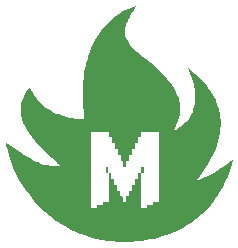
<source format=gbr>
%TF.GenerationSoftware,KiCad,Pcbnew,8.0.1*%
%TF.CreationDate,2024-07-15T00:54:35+06:00*%
%TF.ProjectId,saucey,73617563-6579-42e6-9b69-6361645f7063,1.0*%
%TF.SameCoordinates,Original*%
%TF.FileFunction,Legend,Bot*%
%TF.FilePolarity,Positive*%
%FSLAX46Y46*%
G04 Gerber Fmt 4.6, Leading zero omitted, Abs format (unit mm)*
G04 Created by KiCad (PCBNEW 8.0.1) date 2024-07-15 00:54:35*
%MOMM*%
%LPD*%
G01*
G04 APERTURE LIST*
%ADD10C,0.000000*%
G04 APERTURE END LIST*
D10*
%TO.C,G\u002A\u002A\u002A*%
G36*
X140840784Y-76128675D02*
G01*
X140840784Y-76370488D01*
X140724714Y-76370488D01*
X140608644Y-76370488D01*
X140608644Y-76128675D01*
X140608644Y-75886863D01*
X140724714Y-75886863D01*
X140840784Y-75886863D01*
X140840784Y-76128675D01*
G37*
G36*
X143858606Y-76128675D02*
G01*
X143858606Y-76370488D01*
X143732863Y-76370488D01*
X143607121Y-76370488D01*
X143607121Y-76128675D01*
X143607121Y-75886863D01*
X143732863Y-75886863D01*
X143858606Y-75886863D01*
X143858606Y-76128675D01*
G37*
G36*
X150309326Y-72901904D02*
G01*
X150284314Y-73069354D01*
X150221749Y-73388626D01*
X150140296Y-73715142D01*
X150043741Y-74034401D01*
X149935872Y-74331903D01*
X149927963Y-74351558D01*
X149858526Y-74512814D01*
X149772611Y-74696796D01*
X149674547Y-74895126D01*
X149568662Y-75099427D01*
X149459284Y-75301324D01*
X149350742Y-75492438D01*
X149247363Y-75664395D01*
X149196953Y-75744571D01*
X149119639Y-75865069D01*
X149038911Y-75988457D01*
X148957803Y-76110301D01*
X148879354Y-76226168D01*
X148806600Y-76331626D01*
X148742579Y-76422242D01*
X148690326Y-76493584D01*
X148652879Y-76541219D01*
X148633275Y-76560714D01*
X148627438Y-76564932D01*
X148617479Y-76592955D01*
X148616410Y-76602930D01*
X148602415Y-76625197D01*
X148596708Y-76629242D01*
X148570378Y-76657131D01*
X148531147Y-76704674D01*
X148484309Y-76764746D01*
X148435157Y-76830221D01*
X148388984Y-76893973D01*
X148351085Y-76948878D01*
X148326752Y-76987809D01*
X148321278Y-77003641D01*
X148325657Y-77003619D01*
X148360199Y-76996030D01*
X148421881Y-76978892D01*
X148503641Y-76954233D01*
X148598413Y-76924080D01*
X148847328Y-76836873D01*
X149235100Y-76675984D01*
X149621418Y-76484534D01*
X150008581Y-76261164D01*
X150398889Y-76004512D01*
X150794641Y-75713218D01*
X151198138Y-75385921D01*
X151389843Y-75223517D01*
X151377477Y-75308541D01*
X151363483Y-75394318D01*
X151345363Y-75483793D01*
X151321724Y-75581522D01*
X151291019Y-75693125D01*
X151251700Y-75824221D01*
X151202222Y-75980428D01*
X151141037Y-76167365D01*
X151106607Y-76269038D01*
X150937393Y-76715859D01*
X150740502Y-77161445D01*
X150522043Y-77591733D01*
X150464315Y-77695581D01*
X150356842Y-77879580D01*
X150239307Y-78071133D01*
X150116322Y-78263238D01*
X149992498Y-78448894D01*
X149872447Y-78621102D01*
X149760780Y-78772860D01*
X149662109Y-78897167D01*
X149639430Y-78924578D01*
X149588219Y-78988224D01*
X149546039Y-79042727D01*
X149518997Y-79077541D01*
X149437504Y-79173593D01*
X149332589Y-79288462D01*
X149208539Y-79417874D01*
X149069642Y-79557557D01*
X148920185Y-79703240D01*
X148764456Y-79850650D01*
X148606742Y-79995514D01*
X148451331Y-80133561D01*
X148389898Y-80186243D01*
X148114856Y-80404569D01*
X147810292Y-80621263D01*
X147483424Y-80831841D01*
X147141469Y-81031822D01*
X146791643Y-81216723D01*
X146441165Y-81382061D01*
X146365253Y-81415051D01*
X146059515Y-81537809D01*
X145732272Y-81654808D01*
X145390359Y-81764281D01*
X145040613Y-81864463D01*
X144689871Y-81953588D01*
X144344969Y-82029889D01*
X144012744Y-82091599D01*
X143700032Y-82136954D01*
X143413671Y-82164186D01*
X143397150Y-82165280D01*
X143282158Y-82173693D01*
X143157047Y-82183887D01*
X143046116Y-82193899D01*
X143024952Y-82195855D01*
X142914131Y-82204037D01*
X142797794Y-82209969D01*
X142697905Y-82212478D01*
X142671854Y-82212833D01*
X142595862Y-82216537D01*
X142536365Y-82223308D01*
X142504455Y-82232026D01*
X142497631Y-82234674D01*
X142456719Y-82240751D01*
X142388532Y-82245418D01*
X142300396Y-82248677D01*
X142199639Y-82250526D01*
X142093586Y-82250965D01*
X141989565Y-82249996D01*
X141894902Y-82247617D01*
X141816924Y-82243830D01*
X141762957Y-82238633D01*
X141740327Y-82232026D01*
X141739631Y-82231137D01*
X141712864Y-82221729D01*
X141659144Y-82214939D01*
X141589262Y-82212182D01*
X141560903Y-82211778D01*
X141466939Y-82208055D01*
X141359506Y-82201324D01*
X141256702Y-82192647D01*
X141220783Y-82189172D01*
X141112577Y-82179233D01*
X141005474Y-82170036D01*
X140918164Y-82163206D01*
X140810278Y-82153068D01*
X140630878Y-82129051D01*
X140426555Y-82095049D01*
X140204161Y-82052534D01*
X139970552Y-82002981D01*
X139732582Y-81947863D01*
X139497104Y-81888655D01*
X139270973Y-81826830D01*
X139061043Y-81763862D01*
X138828500Y-81685317D01*
X138544544Y-81578362D01*
X138248190Y-81456503D01*
X137949309Y-81324130D01*
X137657772Y-81185633D01*
X137383451Y-81045401D01*
X137136215Y-80907826D01*
X136970445Y-80808891D01*
X136434759Y-80460638D01*
X135925891Y-80084533D01*
X135444048Y-79680783D01*
X135135691Y-79388310D01*
X139351218Y-79388310D01*
X139602704Y-79388310D01*
X139854189Y-79388310D01*
X139854189Y-79262567D01*
X139854189Y-79136824D01*
X140105674Y-79136824D01*
X140357159Y-79136824D01*
X140357159Y-79011082D01*
X140357159Y-78885339D01*
X140608644Y-78885339D01*
X140860129Y-78885339D01*
X140860129Y-77637586D01*
X140860129Y-76389833D01*
X140975621Y-76389833D01*
X141091113Y-76389833D01*
X141096528Y-76636482D01*
X141101942Y-76883131D01*
X141222277Y-76888875D01*
X141342612Y-76894620D01*
X141348020Y-77140360D01*
X141353427Y-77386101D01*
X141473762Y-77391845D01*
X141594097Y-77397590D01*
X141599505Y-77643331D01*
X141604912Y-77889071D01*
X141725819Y-77894831D01*
X141846725Y-77900590D01*
X141846725Y-78140556D01*
X141846725Y-78380523D01*
X141967631Y-78386282D01*
X142088538Y-78392042D01*
X142093952Y-78638690D01*
X142099366Y-78885339D01*
X142234203Y-78885339D01*
X142369040Y-78885339D01*
X142369040Y-78633854D01*
X142369040Y-78382369D01*
X142494783Y-78382369D01*
X142620525Y-78382369D01*
X142620525Y-78140556D01*
X142620525Y-77898744D01*
X142736034Y-77898744D01*
X142851542Y-77898744D01*
X142856940Y-77643667D01*
X142862338Y-77388591D01*
X142983244Y-77393550D01*
X143104151Y-77398510D01*
X143104151Y-77145657D01*
X143104151Y-76892803D01*
X143229893Y-76892803D01*
X143355636Y-76892803D01*
X143355636Y-76641318D01*
X143355636Y-76389833D01*
X143481378Y-76389833D01*
X143607121Y-76389833D01*
X143607121Y-77889071D01*
X143607121Y-79388310D01*
X143858606Y-79388310D01*
X144110091Y-79388310D01*
X144110091Y-79262567D01*
X144110091Y-79136824D01*
X144361576Y-79136824D01*
X144613062Y-79136824D01*
X144613062Y-79011082D01*
X144613062Y-78885339D01*
X144864547Y-78885339D01*
X145116032Y-78885339D01*
X145116032Y-75886863D01*
X145116032Y-72888386D01*
X144361576Y-72888386D01*
X143607121Y-72888386D01*
X143607121Y-73130198D01*
X143607121Y-73372011D01*
X143481378Y-73372011D01*
X143355636Y-73372011D01*
X143355636Y-73623496D01*
X143355636Y-73874981D01*
X143229893Y-73874981D01*
X143104151Y-73874981D01*
X143104151Y-74126467D01*
X143104151Y-74377952D01*
X142978408Y-74377952D01*
X142852665Y-74377952D01*
X142852665Y-74629437D01*
X142852665Y-74880922D01*
X142727501Y-74880922D01*
X142602336Y-74880922D01*
X142596922Y-75125598D01*
X142591508Y-75370274D01*
X142475438Y-75372247D01*
X142359368Y-75374220D01*
X142353953Y-75620869D01*
X142348539Y-75867518D01*
X142233625Y-75867518D01*
X142118711Y-75867518D01*
X142113297Y-75620869D01*
X142107883Y-75374220D01*
X141986976Y-75368460D01*
X141866070Y-75362701D01*
X141866070Y-75121812D01*
X141866070Y-74880922D01*
X141740327Y-74880922D01*
X141614585Y-74880922D01*
X141614585Y-74629437D01*
X141614585Y-74377952D01*
X141488842Y-74377952D01*
X141363100Y-74377952D01*
X141363100Y-74126467D01*
X141363100Y-73874981D01*
X141237357Y-73874981D01*
X141111614Y-73874981D01*
X141111614Y-73623496D01*
X141111614Y-73372011D01*
X140985872Y-73372011D01*
X140860129Y-73372011D01*
X140860129Y-73130198D01*
X140860129Y-72888386D01*
X140105674Y-72888386D01*
X139351218Y-72888386D01*
X139351218Y-76138348D01*
X139351218Y-79388310D01*
X135135691Y-79388310D01*
X134989442Y-79249594D01*
X134562280Y-78791176D01*
X134162773Y-78305734D01*
X133791130Y-77793477D01*
X133447561Y-77254612D01*
X133439269Y-77240659D01*
X133366730Y-77114631D01*
X133286226Y-76968822D01*
X133201157Y-76809903D01*
X133114921Y-76644543D01*
X133030915Y-76479412D01*
X132952538Y-76321180D01*
X132883189Y-76176515D01*
X132826265Y-76052089D01*
X132785166Y-75954570D01*
X132773789Y-75925598D01*
X132738082Y-75835193D01*
X132697412Y-75732768D01*
X132658545Y-75635377D01*
X132573812Y-75411733D01*
X132479940Y-75137614D01*
X132388438Y-74843863D01*
X132302375Y-74540383D01*
X132224824Y-74237077D01*
X132206542Y-74160443D01*
X132176677Y-74029889D01*
X132156656Y-73932839D01*
X132146038Y-73866784D01*
X132144384Y-73829216D01*
X132151254Y-73817625D01*
X132154833Y-73819191D01*
X132184196Y-73837563D01*
X132238482Y-73873982D01*
X132312912Y-73925174D01*
X132402705Y-73987863D01*
X132503084Y-74058773D01*
X132536492Y-74082359D01*
X132626275Y-74144801D01*
X132732439Y-74217638D01*
X132850953Y-74298191D01*
X132977785Y-74383782D01*
X133108903Y-74471734D01*
X133240275Y-74559369D01*
X133367868Y-74644007D01*
X133487651Y-74722972D01*
X133595591Y-74793585D01*
X133687657Y-74853168D01*
X133759815Y-74899043D01*
X133808035Y-74928532D01*
X133828285Y-74938957D01*
X133834406Y-74941372D01*
X133867332Y-74959474D01*
X133921165Y-74991423D01*
X133988026Y-75032600D01*
X134072077Y-75083280D01*
X134220809Y-75167053D01*
X134388767Y-75256262D01*
X134565856Y-75345838D01*
X134741978Y-75430715D01*
X134907038Y-75505825D01*
X135050939Y-75566099D01*
X135148766Y-75603367D01*
X135424909Y-75695323D01*
X135692238Y-75765124D01*
X135941435Y-75810218D01*
X135949000Y-75811195D01*
X136030094Y-75818417D01*
X136131295Y-75823146D01*
X136245258Y-75825501D01*
X136364637Y-75825601D01*
X136482086Y-75823567D01*
X136590259Y-75819518D01*
X136681811Y-75813573D01*
X136749395Y-75805852D01*
X136785665Y-75796475D01*
X136790871Y-75792769D01*
X136794599Y-75779668D01*
X136781907Y-75758196D01*
X136749265Y-75724508D01*
X136693142Y-75674757D01*
X136610009Y-75605097D01*
X136529279Y-75537856D01*
X136284109Y-75328210D01*
X136036426Y-75108783D01*
X135791074Y-74884201D01*
X135552897Y-74659094D01*
X135326738Y-74438089D01*
X135117442Y-74225813D01*
X134929851Y-74026896D01*
X134768810Y-73845964D01*
X134648292Y-73703026D01*
X134386971Y-73372990D01*
X134158641Y-73053375D01*
X133961293Y-72741274D01*
X133792917Y-72433778D01*
X133720064Y-72286212D01*
X133651883Y-72137729D01*
X133597276Y-72003212D01*
X133552506Y-71872576D01*
X133513836Y-71735733D01*
X133477528Y-71582598D01*
X133474059Y-71566829D01*
X133454014Y-71470948D01*
X133439887Y-71389225D01*
X133430702Y-71311093D01*
X133425482Y-71225985D01*
X133423254Y-71123334D01*
X133423039Y-70992575D01*
X133424106Y-70861546D01*
X133427000Y-70758996D01*
X133432654Y-70675512D01*
X133442005Y-70601272D01*
X133455986Y-70526456D01*
X133475532Y-70441242D01*
X133503426Y-70334241D01*
X133571263Y-70126801D01*
X133656561Y-69929611D01*
X133763242Y-69735123D01*
X133895232Y-69535791D01*
X134056454Y-69324067D01*
X134119726Y-69246929D01*
X134169606Y-69190820D01*
X134202004Y-69161793D01*
X134219529Y-69157550D01*
X134224790Y-69175790D01*
X134227688Y-69186054D01*
X134244600Y-69227280D01*
X134274091Y-69292934D01*
X134313244Y-69376586D01*
X134359139Y-69471809D01*
X134364865Y-69483477D01*
X134546779Y-69809114D01*
X134761064Y-70114917D01*
X135005949Y-70399189D01*
X135279660Y-70660234D01*
X135580423Y-70896354D01*
X135906466Y-71105855D01*
X136256017Y-71287037D01*
X136264484Y-71290927D01*
X136440580Y-71365597D01*
X136644920Y-71442401D01*
X136867931Y-71518357D01*
X137100041Y-71590482D01*
X137331680Y-71655795D01*
X137553275Y-71711316D01*
X137755255Y-71754061D01*
X137786550Y-71759660D01*
X137875311Y-71774208D01*
X137986075Y-71791141D01*
X138107740Y-71808788D01*
X138229208Y-71825476D01*
X138308188Y-71835646D01*
X138449652Y-71850503D01*
X138559134Y-71854360D01*
X138640679Y-71844920D01*
X138698330Y-71819888D01*
X138736131Y-71776968D01*
X138758125Y-71713863D01*
X138768356Y-71628278D01*
X138770868Y-71517917D01*
X138768730Y-71423699D01*
X138762752Y-71304562D01*
X138753862Y-71177389D01*
X138742987Y-71057512D01*
X138726666Y-70892083D01*
X138703890Y-70613990D01*
X138688264Y-70342405D01*
X138679346Y-70066123D01*
X138676696Y-69773939D01*
X138679871Y-69454646D01*
X138682448Y-69331016D01*
X138693823Y-69004233D01*
X138711954Y-68703757D01*
X138737743Y-68420733D01*
X138772092Y-68146310D01*
X138815903Y-67871634D01*
X138870078Y-67587853D01*
X138878473Y-67546448D01*
X138895569Y-67459647D01*
X138909558Y-67385401D01*
X138918027Y-67336368D01*
X138939502Y-67225461D01*
X138974313Y-67083957D01*
X139020581Y-66918159D01*
X139076518Y-66733763D01*
X139140336Y-66536470D01*
X139210247Y-66331977D01*
X139284462Y-66125981D01*
X139361193Y-65924182D01*
X139403606Y-65821106D01*
X139472062Y-65667117D01*
X139552144Y-65496988D01*
X139639142Y-65320240D01*
X139728349Y-65146393D01*
X139815059Y-64984967D01*
X139894563Y-64845484D01*
X139913502Y-64813689D01*
X140050448Y-64593193D01*
X140186100Y-64393364D01*
X140327121Y-64205726D01*
X140480175Y-64021803D01*
X140651925Y-63833117D01*
X140849032Y-63631193D01*
X140863071Y-63617247D01*
X141144407Y-63358144D01*
X141442867Y-63121911D01*
X141763582Y-62905063D01*
X142111681Y-62704119D01*
X142492293Y-62515597D01*
X142555435Y-62487103D01*
X142667169Y-62438878D01*
X142782888Y-62391194D01*
X142896024Y-62346557D01*
X143000011Y-62307475D01*
X143088283Y-62276454D01*
X143154275Y-62256004D01*
X143191421Y-62248630D01*
X143191065Y-62262353D01*
X143170884Y-62304379D01*
X143132341Y-62371278D01*
X143077443Y-62459575D01*
X143008195Y-62565798D01*
X142992800Y-62588990D01*
X142877534Y-62764233D01*
X142781088Y-62914610D01*
X142700154Y-63045996D01*
X142631422Y-63164266D01*
X142571583Y-63275296D01*
X142517327Y-63384961D01*
X142465346Y-63499135D01*
X142412329Y-63623695D01*
X142403868Y-63644174D01*
X142345189Y-63793425D01*
X142302387Y-63921012D01*
X142273184Y-64037930D01*
X142255303Y-64155173D01*
X142246469Y-64283737D01*
X142244403Y-64434616D01*
X142245314Y-64549206D01*
X142247951Y-64639821D01*
X142253364Y-64709874D01*
X142262625Y-64768620D01*
X142276803Y-64825318D01*
X142296969Y-64889224D01*
X142321468Y-64955417D01*
X142383229Y-65092198D01*
X142460936Y-65238166D01*
X142547804Y-65380971D01*
X142637048Y-65508264D01*
X142660145Y-65537870D01*
X142744605Y-65637201D01*
X142844986Y-65742349D01*
X142964587Y-65856372D01*
X143106707Y-65982333D01*
X143274647Y-66123290D01*
X143471706Y-66282303D01*
X143492694Y-66298990D01*
X143604409Y-66388017D01*
X143706357Y-66469596D01*
X143794425Y-66540412D01*
X143864502Y-66597152D01*
X143912475Y-66636498D01*
X143934232Y-66655137D01*
X143961956Y-66679028D01*
X144010865Y-66717815D01*
X144069647Y-66762444D01*
X144071355Y-66763714D01*
X144126416Y-66805310D01*
X144168089Y-66837960D01*
X144187471Y-66854693D01*
X144200542Y-66866685D01*
X144239235Y-66900176D01*
X144298412Y-66950604D01*
X144373094Y-67013729D01*
X144458301Y-67085311D01*
X144601340Y-67206337D01*
X144958532Y-67520738D01*
X145281291Y-67824282D01*
X145570973Y-68118825D01*
X145828931Y-68406219D01*
X146056518Y-68688318D01*
X146255090Y-68966976D01*
X146426000Y-69244047D01*
X146570602Y-69521385D01*
X146690249Y-69800843D01*
X146786297Y-70084275D01*
X146860100Y-70373534D01*
X146864541Y-70394435D01*
X146879096Y-70470391D01*
X146889647Y-70543469D01*
X146896799Y-70621981D01*
X146901163Y-70714238D01*
X146903344Y-70828550D01*
X146903951Y-70973230D01*
X146903713Y-71085146D01*
X146902275Y-71201808D01*
X146898906Y-71295272D01*
X146892895Y-71374260D01*
X146883530Y-71447497D01*
X146870100Y-71523707D01*
X146851892Y-71611615D01*
X146824296Y-71730340D01*
X146759940Y-71963665D01*
X146683255Y-72198279D01*
X146598752Y-72420863D01*
X146510944Y-72618095D01*
X146400286Y-72844698D01*
X146527123Y-72767600D01*
X146572557Y-72739672D01*
X146891276Y-72523862D01*
X147174320Y-72294608D01*
X147422552Y-72050988D01*
X147636831Y-71792081D01*
X147818017Y-71516964D01*
X147966973Y-71224715D01*
X148031004Y-71070351D01*
X148110293Y-70833662D01*
X148163705Y-70599170D01*
X148194554Y-70354189D01*
X148200739Y-70252099D01*
X148204677Y-70094645D01*
X148203922Y-69923363D01*
X148198814Y-69748732D01*
X148189693Y-69581235D01*
X148176896Y-69431350D01*
X148160763Y-69309559D01*
X148153030Y-69265871D01*
X148113073Y-69073420D01*
X148060319Y-68857274D01*
X147997463Y-68626580D01*
X147927199Y-68390485D01*
X147852220Y-68158138D01*
X147775221Y-67938685D01*
X147698895Y-67741276D01*
X147697669Y-67738278D01*
X147664242Y-67654650D01*
X147637960Y-67585229D01*
X147621434Y-67537172D01*
X147617275Y-67517633D01*
X147617421Y-67517522D01*
X147635849Y-67526773D01*
X147678844Y-67557340D01*
X147741778Y-67605475D01*
X147820024Y-67667430D01*
X147908953Y-67739459D01*
X148003937Y-67817814D01*
X148100349Y-67898749D01*
X148193559Y-67978515D01*
X148278941Y-68053365D01*
X148346266Y-68113857D01*
X148615385Y-68369084D01*
X148859478Y-68624974D01*
X149088045Y-68891902D01*
X149310585Y-69180245D01*
X149384109Y-69280421D01*
X149454279Y-69377605D01*
X149511339Y-69459848D01*
X149560397Y-69535388D01*
X149606563Y-69612463D01*
X149654943Y-69699310D01*
X149710647Y-69804168D01*
X149778782Y-69935274D01*
X149930105Y-70259064D01*
X150066118Y-70617284D01*
X150178362Y-70989190D01*
X150263658Y-71364207D01*
X150318827Y-71731759D01*
X150324023Y-71787109D01*
X150332622Y-71930272D01*
X150337518Y-72095692D01*
X150338793Y-72273234D01*
X150336528Y-72452762D01*
X150330808Y-72624140D01*
X150321713Y-72777232D01*
X150310669Y-72888386D01*
X150309326Y-72901904D01*
G37*
%TD*%
M02*

</source>
